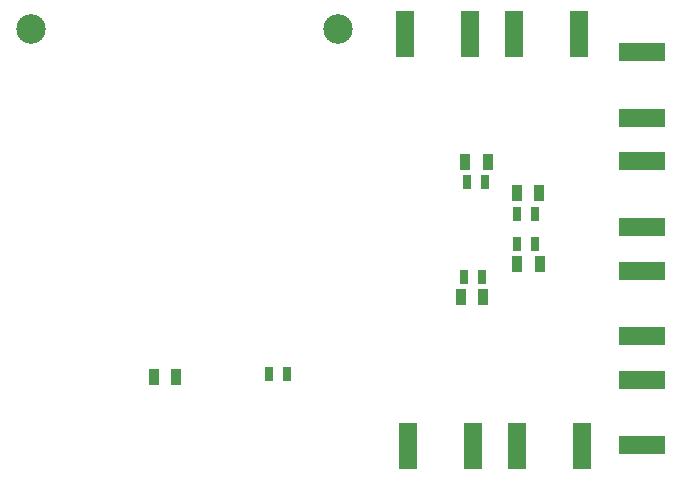
<source format=gbp>
G04 #@! TF.FileFunction,Paste,Bot*
%FSLAX46Y46*%
G04 Gerber Fmt 4.6, Leading zero omitted, Abs format (unit mm)*
G04 Created by KiCad (PCBNEW 4.0.5) date 03/01/17 00:06:24*
%MOMM*%
%LPD*%
G01*
G04 APERTURE LIST*
%ADD10C,0.100000*%
%ADD11R,0.635000X1.143000*%
%ADD12R,0.889000X1.397000*%
%ADD13R,1.500000X3.950000*%
%ADD14R,3.950000X1.500000*%
%ADD15C,2.500000*%
G04 APERTURE END LIST*
D10*
D11*
X182000000Y-100000000D03*
X180476000Y-100000000D03*
D12*
X182250000Y-98250000D03*
X180345000Y-98250000D03*
D11*
X184750000Y-102709216D03*
X186274000Y-102709216D03*
D12*
X184746053Y-100917685D03*
X186651053Y-100917685D03*
D11*
X184726000Y-105250000D03*
X186250000Y-105250000D03*
D12*
X184776053Y-106962127D03*
X186681053Y-106962127D03*
D11*
X181774000Y-108000000D03*
X180250000Y-108000000D03*
D12*
X181905000Y-109750000D03*
X180000000Y-109750000D03*
D11*
X163750000Y-116250000D03*
X165274000Y-116250000D03*
D12*
X155905000Y-116500000D03*
X154000000Y-116500000D03*
D13*
X175230000Y-87475000D03*
X180770000Y-87475000D03*
X184480000Y-87475000D03*
X190020000Y-87475000D03*
D14*
X195350000Y-88980000D03*
X195350000Y-94520000D03*
X195350000Y-98230000D03*
X195350000Y-103770000D03*
X195350000Y-107480000D03*
X195350000Y-113020000D03*
X195350000Y-116730000D03*
X195350000Y-122270000D03*
D13*
X181020000Y-122350000D03*
X175480000Y-122350000D03*
X190270000Y-122350000D03*
X184730000Y-122350000D03*
D15*
X169600000Y-87000000D03*
X143600000Y-87000000D03*
M02*

</source>
